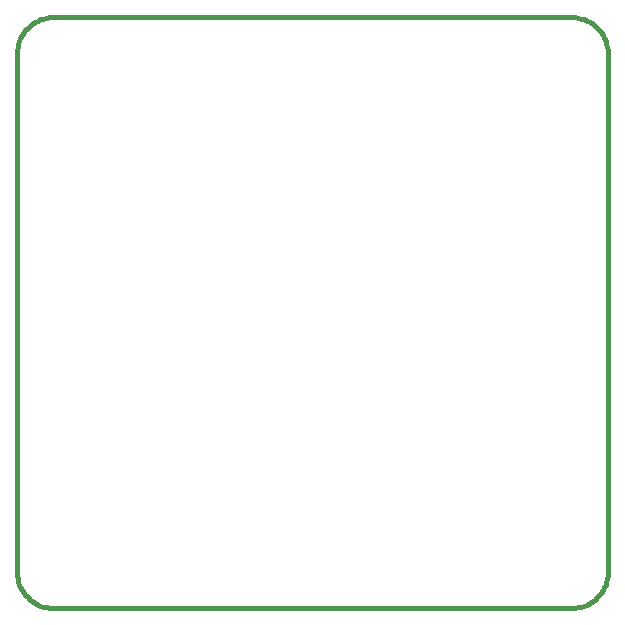
<source format=gbp>
G04 (created by PCBNEW-RS274X (2012-01-19 BZR 3256)-stable) date 21-08-2012 11:16:43*
G01*
G70*
G90*
%MOIN*%
G04 Gerber Fmt 3.4, Leading zero omitted, Abs format*
%FSLAX34Y34*%
G04 APERTURE LIST*
%ADD10C,0.006000*%
%ADD11C,0.015000*%
G04 APERTURE END LIST*
G54D10*
G54D11*
X51378Y-59449D02*
X51480Y-59444D01*
X51583Y-59431D01*
X51683Y-59408D01*
X51781Y-59377D01*
X51877Y-59338D01*
X51968Y-59290D01*
X52055Y-59235D01*
X52137Y-59172D01*
X52213Y-59103D01*
X52282Y-59027D01*
X52345Y-58945D01*
X52400Y-58858D01*
X52448Y-58767D01*
X52487Y-58671D01*
X52518Y-58573D01*
X52541Y-58473D01*
X52554Y-58370D01*
X52559Y-58268D01*
X52559Y-40945D02*
X52554Y-40843D01*
X52541Y-40740D01*
X52518Y-40640D01*
X52487Y-40542D01*
X52448Y-40446D01*
X52400Y-40355D01*
X52345Y-40268D01*
X52282Y-40186D01*
X52213Y-40110D01*
X52137Y-40041D01*
X52055Y-39978D01*
X51968Y-39923D01*
X51877Y-39875D01*
X51781Y-39836D01*
X51683Y-39805D01*
X51583Y-39782D01*
X51480Y-39769D01*
X51378Y-39764D01*
X32874Y-58268D02*
X32879Y-58370D01*
X32892Y-58473D01*
X32915Y-58573D01*
X32946Y-58671D01*
X32985Y-58767D01*
X33033Y-58858D01*
X33088Y-58945D01*
X33151Y-59027D01*
X33220Y-59103D01*
X33296Y-59172D01*
X33378Y-59235D01*
X33465Y-59290D01*
X33556Y-59338D01*
X33652Y-59377D01*
X33750Y-59408D01*
X33850Y-59431D01*
X33953Y-59444D01*
X34055Y-59449D01*
X34055Y-39764D02*
X33953Y-39769D01*
X33850Y-39782D01*
X33750Y-39805D01*
X33652Y-39836D01*
X33556Y-39875D01*
X33465Y-39923D01*
X33378Y-39978D01*
X33296Y-40041D01*
X33220Y-40110D01*
X33151Y-40186D01*
X33088Y-40268D01*
X33033Y-40355D01*
X32985Y-40446D01*
X32946Y-40542D01*
X32915Y-40640D01*
X32892Y-40740D01*
X32879Y-40843D01*
X32874Y-40945D01*
X32874Y-58268D02*
X32874Y-40945D01*
X51378Y-59449D02*
X34055Y-59449D01*
X52559Y-40945D02*
X52559Y-58268D01*
X34055Y-39764D02*
X51378Y-39764D01*
M02*

</source>
